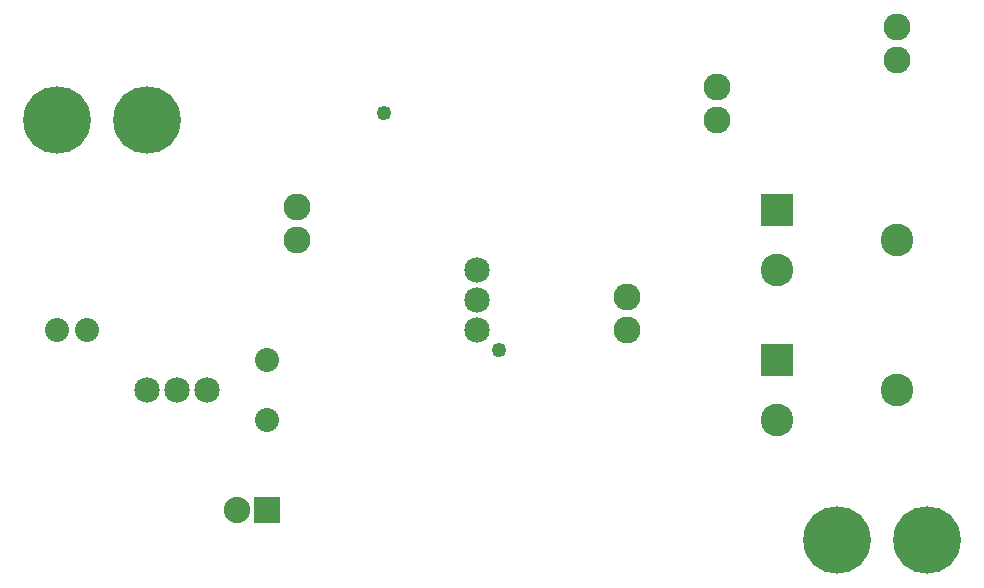
<source format=gbs>
G04 MADE WITH FRITZING*
G04 WWW.FRITZING.ORG*
G04 DOUBLE SIDED*
G04 HOLES PLATED*
G04 CONTOUR ON CENTER OF CONTOUR VECTOR*
%ASAXBY*%
%FSLAX23Y23*%
%MOIN*%
%OFA0B0*%
%SFA1.0B1.0*%
%ADD10C,0.109000*%
%ADD11C,0.225000*%
%ADD12C,0.049370*%
%ADD13C,0.080000*%
%ADD14C,0.085000*%
%ADD15C,0.090000*%
%ADD16C,0.088000*%
%ADD17R,0.109000X0.109000*%
%ADD18R,0.088000X0.088000*%
%LNMASK0*%
G90*
G70*
G54D10*
X2595Y633D03*
X2595Y833D03*
X2995Y733D03*
X2595Y1133D03*
X2595Y1333D03*
X2995Y1233D03*
G54D11*
X2795Y233D03*
X495Y1633D03*
X3095Y233D03*
X195Y1633D03*
G54D12*
X1284Y1658D03*
X1668Y866D03*
G54D13*
X195Y933D03*
X295Y933D03*
G54D14*
X495Y733D03*
X595Y733D03*
X695Y733D03*
G54D13*
X895Y833D03*
X895Y633D03*
G54D15*
X2095Y1043D03*
X2095Y933D03*
X2995Y1943D03*
X2995Y1833D03*
X2395Y1743D03*
X2395Y1633D03*
X995Y1343D03*
X995Y1233D03*
G54D14*
X1595Y1133D03*
X1595Y1033D03*
X1595Y933D03*
G54D16*
X895Y333D03*
X795Y333D03*
G54D17*
X2595Y833D03*
X2595Y1333D03*
G54D18*
X895Y333D03*
G04 End of Mask0*
M02*
</source>
